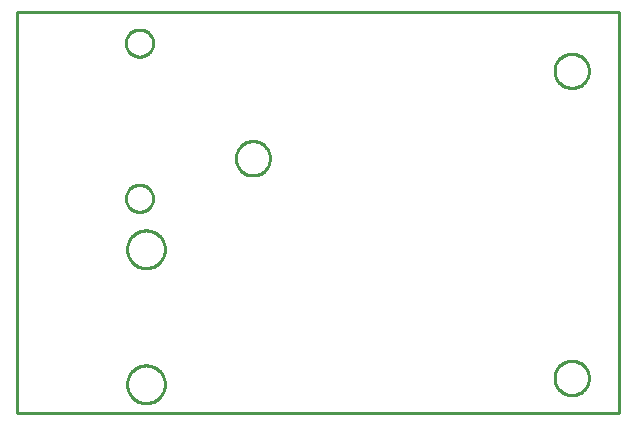
<source format=gbr>
G04 EAGLE Gerber RS-274X export*
G75*
%MOMM*%
%FSLAX34Y34*%
%LPD*%
%IN*%
%IPPOS*%
%AMOC8*
5,1,8,0,0,1.08239X$1,22.5*%
G01*
%ADD10C,0.254000*%


D10*
X0Y0D02*
X510000Y0D01*
X510000Y340000D01*
X0Y340000D01*
X0Y0D01*
X214500Y215482D02*
X214426Y214449D01*
X214279Y213424D01*
X214059Y212412D01*
X213767Y211418D01*
X213405Y210448D01*
X212975Y209505D01*
X212478Y208596D01*
X211918Y207725D01*
X211298Y206896D01*
X210619Y206113D01*
X209887Y205381D01*
X209104Y204703D01*
X208275Y204082D01*
X207404Y203522D01*
X206495Y203025D01*
X205552Y202595D01*
X204582Y202233D01*
X203588Y201941D01*
X202576Y201721D01*
X201551Y201574D01*
X200518Y201500D01*
X199482Y201500D01*
X198449Y201574D01*
X197424Y201721D01*
X196412Y201941D01*
X195418Y202233D01*
X194448Y202595D01*
X193505Y203025D01*
X192596Y203522D01*
X191725Y204082D01*
X190896Y204703D01*
X190113Y205381D01*
X189381Y206113D01*
X188703Y206896D01*
X188082Y207725D01*
X187522Y208596D01*
X187025Y209505D01*
X186595Y210448D01*
X186233Y211418D01*
X185941Y212412D01*
X185721Y213424D01*
X185574Y214449D01*
X185500Y215482D01*
X185500Y216518D01*
X185574Y217551D01*
X185721Y218576D01*
X185941Y219588D01*
X186233Y220582D01*
X186595Y221552D01*
X187025Y222495D01*
X187522Y223404D01*
X188082Y224275D01*
X188703Y225104D01*
X189381Y225887D01*
X190113Y226619D01*
X190896Y227298D01*
X191725Y227918D01*
X192596Y228478D01*
X193505Y228975D01*
X194448Y229405D01*
X195418Y229767D01*
X196412Y230059D01*
X197424Y230279D01*
X198449Y230426D01*
X199482Y230500D01*
X200518Y230500D01*
X201551Y230426D01*
X202576Y230279D01*
X203588Y230059D01*
X204582Y229767D01*
X205552Y229405D01*
X206495Y228975D01*
X207404Y228478D01*
X208275Y227918D01*
X209104Y227298D01*
X209887Y226619D01*
X210619Y225887D01*
X211298Y225104D01*
X211918Y224275D01*
X212478Y223404D01*
X212975Y222495D01*
X213405Y221552D01*
X213767Y220582D01*
X214059Y219588D01*
X214279Y218576D01*
X214426Y217551D01*
X214500Y216518D01*
X214500Y215482D01*
X484500Y289482D02*
X484426Y288449D01*
X484279Y287424D01*
X484059Y286412D01*
X483767Y285418D01*
X483405Y284448D01*
X482975Y283505D01*
X482478Y282596D01*
X481918Y281725D01*
X481298Y280896D01*
X480619Y280113D01*
X479887Y279381D01*
X479104Y278703D01*
X478275Y278082D01*
X477404Y277522D01*
X476495Y277025D01*
X475552Y276595D01*
X474582Y276233D01*
X473588Y275941D01*
X472576Y275721D01*
X471551Y275574D01*
X470518Y275500D01*
X469482Y275500D01*
X468449Y275574D01*
X467424Y275721D01*
X466412Y275941D01*
X465418Y276233D01*
X464448Y276595D01*
X463505Y277025D01*
X462596Y277522D01*
X461725Y278082D01*
X460896Y278703D01*
X460113Y279381D01*
X459381Y280113D01*
X458703Y280896D01*
X458082Y281725D01*
X457522Y282596D01*
X457025Y283505D01*
X456595Y284448D01*
X456233Y285418D01*
X455941Y286412D01*
X455721Y287424D01*
X455574Y288449D01*
X455500Y289482D01*
X455500Y290518D01*
X455574Y291551D01*
X455721Y292576D01*
X455941Y293588D01*
X456233Y294582D01*
X456595Y295552D01*
X457025Y296495D01*
X457522Y297404D01*
X458082Y298275D01*
X458703Y299104D01*
X459381Y299887D01*
X460113Y300619D01*
X460896Y301298D01*
X461725Y301918D01*
X462596Y302478D01*
X463505Y302975D01*
X464448Y303405D01*
X465418Y303767D01*
X466412Y304059D01*
X467424Y304279D01*
X468449Y304426D01*
X469482Y304500D01*
X470518Y304500D01*
X471551Y304426D01*
X472576Y304279D01*
X473588Y304059D01*
X474582Y303767D01*
X475552Y303405D01*
X476495Y302975D01*
X477404Y302478D01*
X478275Y301918D01*
X479104Y301298D01*
X479887Y300619D01*
X480619Y299887D01*
X481298Y299104D01*
X481918Y298275D01*
X482478Y297404D01*
X482975Y296495D01*
X483405Y295552D01*
X483767Y294582D01*
X484059Y293588D01*
X484279Y292576D01*
X484426Y291551D01*
X484500Y290518D01*
X484500Y289482D01*
X484500Y29482D02*
X484426Y28449D01*
X484279Y27424D01*
X484059Y26412D01*
X483767Y25418D01*
X483405Y24448D01*
X482975Y23505D01*
X482478Y22596D01*
X481918Y21725D01*
X481298Y20896D01*
X480619Y20113D01*
X479887Y19381D01*
X479104Y18703D01*
X478275Y18082D01*
X477404Y17522D01*
X476495Y17025D01*
X475552Y16595D01*
X474582Y16233D01*
X473588Y15941D01*
X472576Y15721D01*
X471551Y15574D01*
X470518Y15500D01*
X469482Y15500D01*
X468449Y15574D01*
X467424Y15721D01*
X466412Y15941D01*
X465418Y16233D01*
X464448Y16595D01*
X463505Y17025D01*
X462596Y17522D01*
X461725Y18082D01*
X460896Y18703D01*
X460113Y19381D01*
X459381Y20113D01*
X458703Y20896D01*
X458082Y21725D01*
X457522Y22596D01*
X457025Y23505D01*
X456595Y24448D01*
X456233Y25418D01*
X455941Y26412D01*
X455721Y27424D01*
X455574Y28449D01*
X455500Y29482D01*
X455500Y30518D01*
X455574Y31551D01*
X455721Y32576D01*
X455941Y33588D01*
X456233Y34582D01*
X456595Y35552D01*
X457025Y36495D01*
X457522Y37404D01*
X458082Y38275D01*
X458703Y39104D01*
X459381Y39887D01*
X460113Y40619D01*
X460896Y41298D01*
X461725Y41918D01*
X462596Y42478D01*
X463505Y42975D01*
X464448Y43405D01*
X465418Y43767D01*
X466412Y44059D01*
X467424Y44279D01*
X468449Y44426D01*
X469482Y44500D01*
X470518Y44500D01*
X471551Y44426D01*
X472576Y44279D01*
X473588Y44059D01*
X474582Y43767D01*
X475552Y43405D01*
X476495Y42975D01*
X477404Y42478D01*
X478275Y41918D01*
X479104Y41298D01*
X479887Y40619D01*
X480619Y39887D01*
X481298Y39104D01*
X481918Y38275D01*
X482478Y37404D01*
X482975Y36495D01*
X483405Y35552D01*
X483767Y34582D01*
X484059Y33588D01*
X484279Y32576D01*
X484426Y31551D01*
X484500Y30518D01*
X484500Y29482D01*
X108936Y122850D02*
X107891Y122919D01*
X106852Y123055D01*
X105825Y123260D01*
X104813Y123531D01*
X103821Y123867D01*
X102853Y124268D01*
X101914Y124732D01*
X101006Y125256D01*
X100135Y125838D01*
X99304Y126475D01*
X98517Y127166D01*
X97776Y127907D01*
X97085Y128694D01*
X96448Y129525D01*
X95866Y130396D01*
X95342Y131304D01*
X94878Y132243D01*
X94477Y133211D01*
X94141Y134203D01*
X93870Y135215D01*
X93665Y136242D01*
X93529Y137281D01*
X93460Y138326D01*
X93460Y139374D01*
X93529Y140419D01*
X93665Y141458D01*
X93870Y142485D01*
X94141Y143497D01*
X94477Y144489D01*
X94878Y145457D01*
X95342Y146396D01*
X95866Y147304D01*
X96448Y148175D01*
X97085Y149006D01*
X97776Y149793D01*
X98517Y150534D01*
X99304Y151225D01*
X100135Y151863D01*
X101006Y152445D01*
X101914Y152968D01*
X102853Y153432D01*
X103821Y153833D01*
X104813Y154169D01*
X105825Y154440D01*
X106852Y154645D01*
X107891Y154782D01*
X108936Y154850D01*
X109984Y154850D01*
X111029Y154782D01*
X112068Y154645D01*
X113095Y154440D01*
X114107Y154169D01*
X115099Y153833D01*
X116067Y153432D01*
X117006Y152968D01*
X117914Y152445D01*
X118785Y151863D01*
X119616Y151225D01*
X120403Y150534D01*
X121144Y149793D01*
X121835Y149006D01*
X122473Y148175D01*
X123055Y147304D01*
X123578Y146396D01*
X124042Y145457D01*
X124443Y144489D01*
X124779Y143497D01*
X125050Y142485D01*
X125255Y141458D01*
X125392Y140419D01*
X125460Y139374D01*
X125460Y138326D01*
X125392Y137281D01*
X125255Y136242D01*
X125050Y135215D01*
X124779Y134203D01*
X124443Y133211D01*
X124042Y132243D01*
X123578Y131304D01*
X123055Y130396D01*
X122473Y129525D01*
X121835Y128694D01*
X121144Y127907D01*
X120403Y127166D01*
X119616Y126475D01*
X118785Y125838D01*
X117914Y125256D01*
X117006Y124732D01*
X116067Y124268D01*
X115099Y123867D01*
X114107Y123531D01*
X113095Y123260D01*
X112068Y123055D01*
X111029Y122919D01*
X109984Y122850D01*
X108936Y122850D01*
X108936Y8550D02*
X107891Y8619D01*
X106852Y8755D01*
X105825Y8960D01*
X104813Y9231D01*
X103821Y9567D01*
X102853Y9968D01*
X101914Y10432D01*
X101006Y10956D01*
X100135Y11538D01*
X99304Y12175D01*
X98517Y12866D01*
X97776Y13607D01*
X97085Y14394D01*
X96448Y15225D01*
X95866Y16096D01*
X95342Y17004D01*
X94878Y17943D01*
X94477Y18911D01*
X94141Y19903D01*
X93870Y20915D01*
X93665Y21942D01*
X93529Y22981D01*
X93460Y24026D01*
X93460Y25074D01*
X93529Y26119D01*
X93665Y27158D01*
X93870Y28185D01*
X94141Y29197D01*
X94477Y30189D01*
X94878Y31157D01*
X95342Y32096D01*
X95866Y33004D01*
X96448Y33875D01*
X97085Y34706D01*
X97776Y35493D01*
X98517Y36234D01*
X99304Y36925D01*
X100135Y37563D01*
X101006Y38145D01*
X101914Y38668D01*
X102853Y39132D01*
X103821Y39533D01*
X104813Y39869D01*
X105825Y40140D01*
X106852Y40345D01*
X107891Y40482D01*
X108936Y40550D01*
X109984Y40550D01*
X111029Y40482D01*
X112068Y40345D01*
X113095Y40140D01*
X114107Y39869D01*
X115099Y39533D01*
X116067Y39132D01*
X117006Y38668D01*
X117914Y38145D01*
X118785Y37563D01*
X119616Y36925D01*
X120403Y36234D01*
X121144Y35493D01*
X121835Y34706D01*
X122473Y33875D01*
X123055Y33004D01*
X123578Y32096D01*
X124042Y31157D01*
X124443Y30189D01*
X124779Y29197D01*
X125050Y28185D01*
X125255Y27158D01*
X125392Y26119D01*
X125460Y25074D01*
X125460Y24026D01*
X125392Y22981D01*
X125255Y21942D01*
X125050Y20915D01*
X124779Y19903D01*
X124443Y18911D01*
X124042Y17943D01*
X123578Y17004D01*
X123055Y16096D01*
X122473Y15225D01*
X121835Y14394D01*
X121144Y13607D01*
X120403Y12866D01*
X119616Y12175D01*
X118785Y11538D01*
X117914Y10956D01*
X117006Y10432D01*
X116067Y9968D01*
X115099Y9567D01*
X114107Y9231D01*
X113095Y8960D01*
X112068Y8755D01*
X111029Y8619D01*
X109984Y8550D01*
X108936Y8550D01*
X103528Y301980D02*
X102627Y302051D01*
X101735Y302192D01*
X100856Y302403D01*
X99997Y302682D01*
X99162Y303028D01*
X98357Y303439D01*
X97586Y303911D01*
X96855Y304442D01*
X96168Y305029D01*
X95529Y305668D01*
X94942Y306355D01*
X94411Y307086D01*
X93939Y307857D01*
X93528Y308662D01*
X93182Y309497D01*
X92903Y310356D01*
X92692Y311235D01*
X92551Y312127D01*
X92480Y313028D01*
X92480Y313932D01*
X92551Y314833D01*
X92692Y315725D01*
X92903Y316604D01*
X93182Y317463D01*
X93528Y318298D01*
X93939Y319103D01*
X94411Y319874D01*
X94942Y320605D01*
X95529Y321292D01*
X96168Y321931D01*
X96855Y322518D01*
X97586Y323049D01*
X98357Y323521D01*
X99162Y323932D01*
X99997Y324278D01*
X100856Y324557D01*
X101735Y324768D01*
X102627Y324909D01*
X103528Y324980D01*
X104432Y324980D01*
X105333Y324909D01*
X106225Y324768D01*
X107104Y324557D01*
X107963Y324278D01*
X108798Y323932D01*
X109603Y323521D01*
X110374Y323049D01*
X111105Y322518D01*
X111792Y321931D01*
X112431Y321292D01*
X113018Y320605D01*
X113549Y319874D01*
X114021Y319103D01*
X114432Y318298D01*
X114778Y317463D01*
X115057Y316604D01*
X115268Y315725D01*
X115409Y314833D01*
X115480Y313932D01*
X115480Y313028D01*
X115409Y312127D01*
X115268Y311235D01*
X115057Y310356D01*
X114778Y309497D01*
X114432Y308662D01*
X114021Y307857D01*
X113549Y307086D01*
X113018Y306355D01*
X112431Y305668D01*
X111792Y305029D01*
X111105Y304442D01*
X110374Y303911D01*
X109603Y303439D01*
X108798Y303028D01*
X107963Y302682D01*
X107104Y302403D01*
X106225Y302192D01*
X105333Y302051D01*
X104432Y301980D01*
X103528Y301980D01*
X103528Y170580D02*
X102627Y170651D01*
X101735Y170792D01*
X100856Y171003D01*
X99997Y171282D01*
X99162Y171628D01*
X98357Y172039D01*
X97586Y172511D01*
X96855Y173042D01*
X96168Y173629D01*
X95529Y174268D01*
X94942Y174955D01*
X94411Y175686D01*
X93939Y176457D01*
X93528Y177262D01*
X93182Y178097D01*
X92903Y178956D01*
X92692Y179835D01*
X92551Y180727D01*
X92480Y181628D01*
X92480Y182532D01*
X92551Y183433D01*
X92692Y184325D01*
X92903Y185204D01*
X93182Y186063D01*
X93528Y186898D01*
X93939Y187703D01*
X94411Y188474D01*
X94942Y189205D01*
X95529Y189892D01*
X96168Y190531D01*
X96855Y191118D01*
X97586Y191649D01*
X98357Y192121D01*
X99162Y192532D01*
X99997Y192878D01*
X100856Y193157D01*
X101735Y193368D01*
X102627Y193509D01*
X103528Y193580D01*
X104432Y193580D01*
X105333Y193509D01*
X106225Y193368D01*
X107104Y193157D01*
X107963Y192878D01*
X108798Y192532D01*
X109603Y192121D01*
X110374Y191649D01*
X111105Y191118D01*
X111792Y190531D01*
X112431Y189892D01*
X113018Y189205D01*
X113549Y188474D01*
X114021Y187703D01*
X114432Y186898D01*
X114778Y186063D01*
X115057Y185204D01*
X115268Y184325D01*
X115409Y183433D01*
X115480Y182532D01*
X115480Y181628D01*
X115409Y180727D01*
X115268Y179835D01*
X115057Y178956D01*
X114778Y178097D01*
X114432Y177262D01*
X114021Y176457D01*
X113549Y175686D01*
X113018Y174955D01*
X112431Y174268D01*
X111792Y173629D01*
X111105Y173042D01*
X110374Y172511D01*
X109603Y172039D01*
X108798Y171628D01*
X107963Y171282D01*
X107104Y171003D01*
X106225Y170792D01*
X105333Y170651D01*
X104432Y170580D01*
X103528Y170580D01*
M02*

</source>
